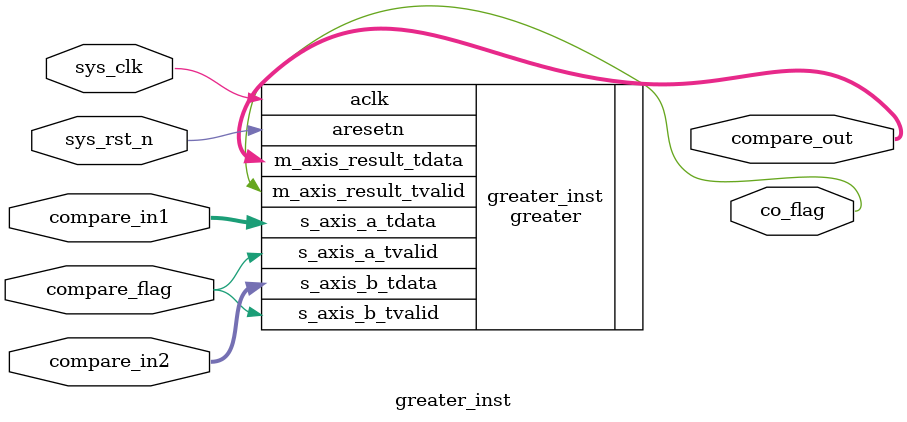
<source format=v>
`timescale 100ps/100ps
module greater_inst 
(
    input  wire        sys_clk,
    input  wire        sys_rst_n,
    input  wire [31:0] compare_in1,
    input  wire [31:0] compare_in2,
    input  wire        compare_flag,

    output wire [7:0]  compare_out,
    output wire        co_flag
);

greater greater_inst (
  .aclk(sys_clk),                                 
  .aresetn(sys_rst_n),                           
  .s_axis_a_tvalid(compare_flag),           
  .s_axis_a_tdata(compare_in1),             
  .s_axis_b_tvalid(compare_flag),           
  .s_axis_b_tdata(compare_in2),

  .m_axis_result_tvalid(co_flag), 
  .m_axis_result_tdata(compare_out)    
);
    
endmodule
</source>
